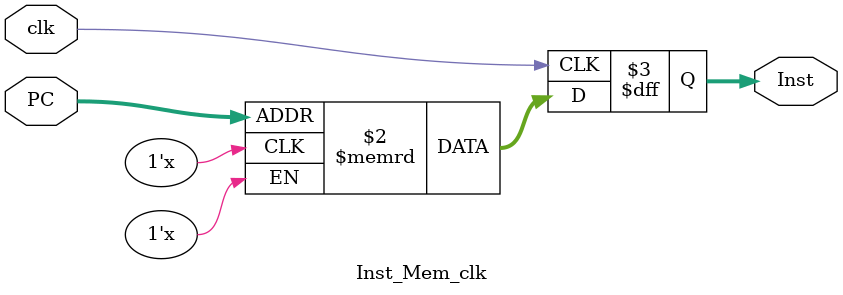
<source format=v>
`timescale 1ns / 1ps

module Inst_Mem_clk(
PC,
Inst,
clk
    );

output [31:0] Inst;
reg [31:0] Inst;
input [31:0] PC;
input clk;

reg [31:0] regfile[511:0];

//assign Inst = regfile[PC];

always @ (posedge clk)
	Inst <= regfile[PC];


endmodule

</source>
